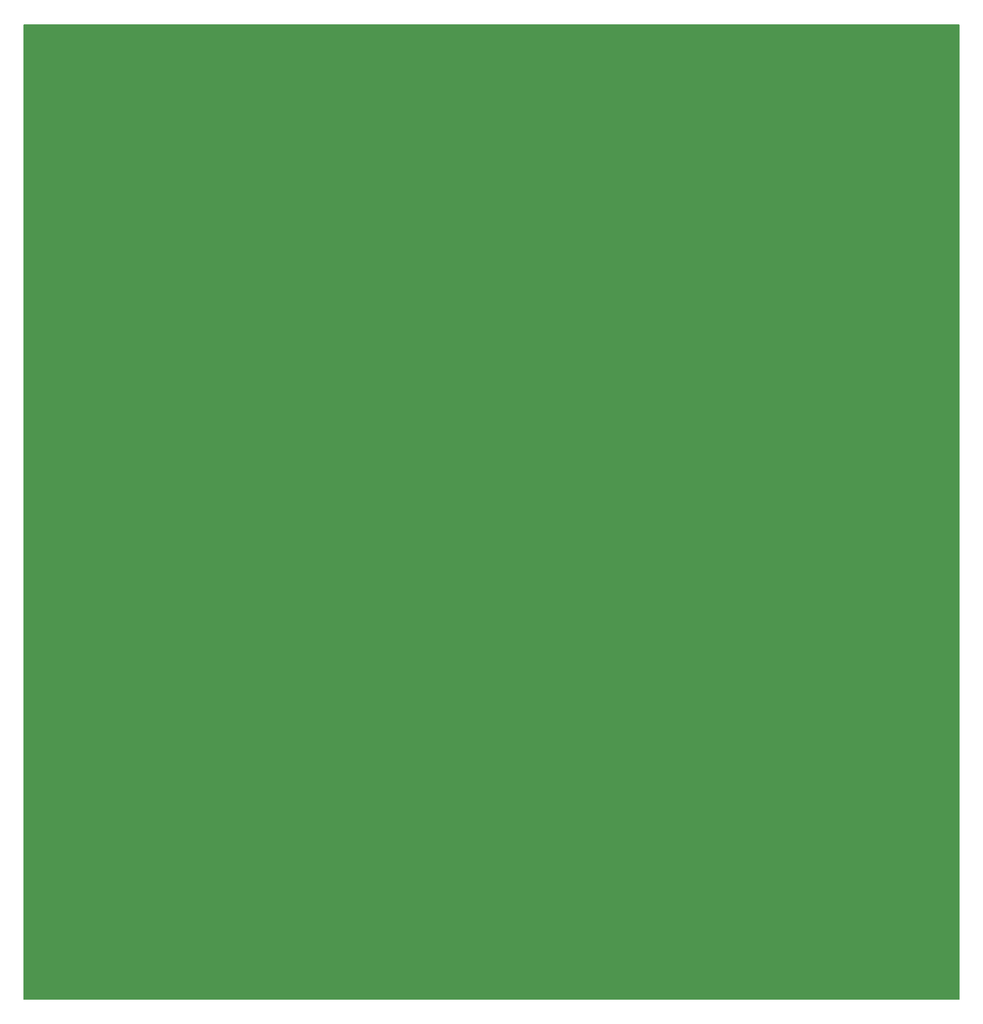
<source format=gbr>
%TF.GenerationSoftware,KiCad,Pcbnew,7.0.9*%
%TF.CreationDate,2024-08-21T19:12:35-06:00*%
%TF.ProjectId,top 40K layer,746f7020-3430-44b2-906c-617965722e6b,rev?*%
%TF.SameCoordinates,Original*%
%TF.FileFunction,Soldermask,Top*%
%TF.FilePolarity,Negative*%
%FSLAX46Y46*%
G04 Gerber Fmt 4.6, Leading zero omitted, Abs format (unit mm)*
G04 Created by KiCad (PCBNEW 7.0.9) date 2024-08-21 19:12:35*
%MOMM*%
%LPD*%
G01*
G04 APERTURE LIST*
%ADD10C,0.150000*%
%ADD11C,3.450000*%
G04 APERTURE END LIST*
D10*
X-10000000Y7500000D02*
X172500000Y7500000D01*
X172500000Y-182500000D01*
X-10000000Y-182500000D01*
X-10000000Y7500000D01*
G36*
X-10000000Y7500000D02*
G01*
X172500000Y7500000D01*
X172500000Y-182500000D01*
X-10000000Y-182500000D01*
X-10000000Y7500000D01*
G37*
D11*
%TO.C,H1*%
X41775000Y-42995000D03*
%TD*%
%TO.C,H2*%
X121325000Y-42995000D03*
%TD*%
%TO.C,H3*%
X41775000Y-114985000D03*
%TD*%
%TO.C,H4*%
X121325000Y-114985000D03*
%TD*%
M02*

</source>
